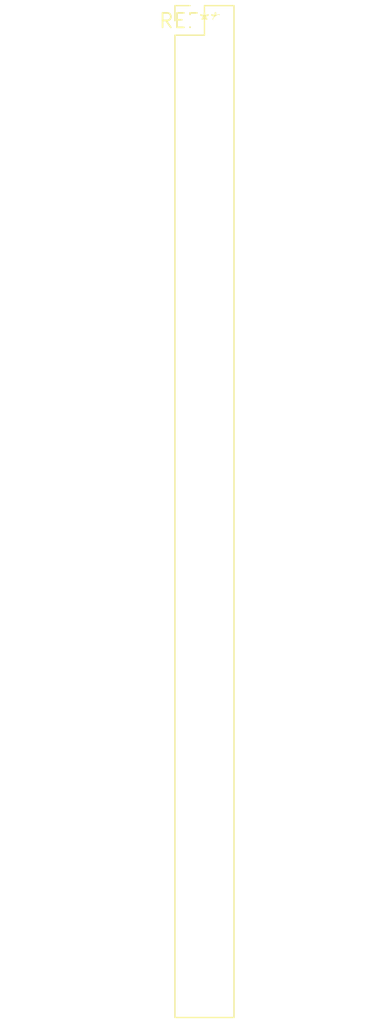
<source format=kicad_pcb>
(kicad_pcb (version 20240108) (generator pcbnew)
  (layers (0 "F.Cu" signal) (31 "B.Cu" signal) (34 "B.Paste" user) (35 "F.Paste" user) (36 "B.SilkS" user "B.Silkscreen") (37 "F.SilkS" user "F.Silkscreen") (38 "B.Mask" user) (39 "F.Mask" user) (44 "Edge.Cuts" user))
  (net 0 "")
  (footprint "PinHeader_2x35_P2.54mm_Vertical" (layer "F.Cu") (at 0 0)
    (property "Reference" "REF**")
    (property "Value" "PinHeader_2x35_P2.54mm_Vertical")
    (fp_line (start -1.33 -1.33) (end 0 -1.33) (layer "F.SilkS") (stroke (width 0.12)))
    (fp_line (start -1.33 0) (end -1.33 -1.33) (layer "F.SilkS") (stroke (width 0.12)))
    (fp_line (start -1.33 1.27) (end -1.33 87.69) (layer "F.SilkS") (stroke (width 0.12)))
    (fp_line (start -1.33 1.27) (end 1.27 1.27) (layer "F.SilkS") (stroke (width 0.12)))
    (fp_line (start -1.33 87.69) (end 3.87 87.69) (layer "F.SilkS") (stroke (width 0.12)))
    (fp_line (start 1.27 -1.33) (end 3.87 -1.33) (layer "F.SilkS") (stroke (width 0.12)))
    (fp_line (start 1.27 1.27) (end 1.27 -1.33) (layer "F.SilkS") (stroke (width 0.12)))
    (fp_line (start 3.87 -1.33) (end 3.87 87.69) (layer "F.SilkS") (stroke (width 0.12)))
    (pad "1" thru_hole rect (at 0 0) (size 1.7 1.7) (drill 1) (layers *.Cu *.Mask) (remove_unused_layers))
    (pad "2" thru_hole oval (at 2.54 0) (size 1.7 1.7) (drill 1) (layers *.Cu *.Mask) (remove_unused_layers))
    (pad "3" thru_hole oval (at 0 2.54) (size 1.7 1.7) (drill 1) (layers *.Cu *.Mask) (remove_unused_layers))
    (pad "4" thru_hole oval (at 2.54 2.54) (size 1.7 1.7) (drill 1) (layers *.Cu *.Mask) (remove_unused_layers))
    (pad "5" thru_hole oval (at 0 5.08) (size 1.7 1.7) (drill 1) (layers *.Cu *.Mask) (remove_unused_layers))
    (pad "6" thru_hole oval (at 2.54 5.08) (size 1.7 1.7) (drill 1) (layers *.Cu *.Mask) (remove_unused_layers))
    (pad "7" thru_hole oval (at 0 7.62) (size 1.7 1.7) (drill 1) (layers *.Cu *.Mask) (remove_unused_layers))
    (pad "8" thru_hole oval (at 2.54 7.62) (size 1.7 1.7) (drill 1) (layers *.Cu *.Mask) (remove_unused_layers))
    (pad "9" thru_hole oval (at 0 10.16) (size 1.7 1.7) (drill 1) (layers *.Cu *.Mask) (remove_unused_layers))
    (pad "10" thru_hole oval (at 2.54 10.16) (size 1.7 1.7) (drill 1) (layers *.Cu *.Mask) (remove_unused_layers))
    (pad "11" thru_hole oval (at 0 12.7) (size 1.7 1.7) (drill 1) (layers *.Cu *.Mask) (remove_unused_layers))
    (pad "12" thru_hole oval (at 2.54 12.7) (size 1.7 1.7) (drill 1) (layers *.Cu *.Mask) (remove_unused_layers))
    (pad "13" thru_hole oval (at 0 15.24) (size 1.7 1.7) (drill 1) (layers *.Cu *.Mask) (remove_unused_layers))
    (pad "14" thru_hole oval (at 2.54 15.24) (size 1.7 1.7) (drill 1) (layers *.Cu *.Mask) (remove_unused_layers))
    (pad "15" thru_hole oval (at 0 17.78) (size 1.7 1.7) (drill 1) (layers *.Cu *.Mask) (remove_unused_layers))
    (pad "16" thru_hole oval (at 2.54 17.78) (size 1.7 1.7) (drill 1) (layers *.Cu *.Mask) (remove_unused_layers))
    (pad "17" thru_hole oval (at 0 20.32) (size 1.7 1.7) (drill 1) (layers *.Cu *.Mask) (remove_unused_layers))
    (pad "18" thru_hole oval (at 2.54 20.32) (size 1.7 1.7) (drill 1) (layers *.Cu *.Mask) (remove_unused_layers))
    (pad "19" thru_hole oval (at 0 22.86) (size 1.7 1.7) (drill 1) (layers *.Cu *.Mask) (remove_unused_layers))
    (pad "20" thru_hole oval (at 2.54 22.86) (size 1.7 1.7) (drill 1) (layers *.Cu *.Mask) (remove_unused_layers))
    (pad "21" thru_hole oval (at 0 25.4) (size 1.7 1.7) (drill 1) (layers *.Cu *.Mask) (remove_unused_layers))
    (pad "22" thru_hole oval (at 2.54 25.4) (size 1.7 1.7) (drill 1) (layers *.Cu *.Mask) (remove_unused_layers))
    (pad "23" thru_hole oval (at 0 27.94) (size 1.7 1.7) (drill 1) (layers *.Cu *.Mask) (remove_unused_layers))
    (pad "24" thru_hole oval (at 2.54 27.94) (size 1.7 1.7) (drill 1) (layers *.Cu *.Mask) (remove_unused_layers))
    (pad "25" thru_hole oval (at 0 30.48) (size 1.7 1.7) (drill 1) (layers *.Cu *.Mask) (remove_unused_layers))
    (pad "26" thru_hole oval (at 2.54 30.48) (size 1.7 1.7) (drill 1) (layers *.Cu *.Mask) (remove_unused_layers))
    (pad "27" thru_hole oval (at 0 33.02) (size 1.7 1.7) (drill 1) (layers *.Cu *.Mask) (remove_unused_layers))
    (pad "28" thru_hole oval (at 2.54 33.02) (size 1.7 1.7) (drill 1) (layers *.Cu *.Mask) (remove_unused_layers))
    (pad "29" thru_hole oval (at 0 35.56) (size 1.7 1.7) (drill 1) (layers *.Cu *.Mask) (remove_unused_layers))
    (pad "30" thru_hole oval (at 2.54 35.56) (size 1.7 1.7) (drill 1) (layers *.Cu *.Mask) (remove_unused_layers))
    (pad "31" thru_hole oval (at 0 38.1) (size 1.7 1.7) (drill 1) (layers *.Cu *.Mask) (remove_unused_layers))
    (pad "32" thru_hole oval (at 2.54 38.1) (size 1.7 1.7) (drill 1) (layers *.Cu *.Mask) (remove_unused_layers))
    (pad "33" thru_hole oval (at 0 40.64) (size 1.7 1.7) (drill 1) (layers *.Cu *.Mask) (remove_unused_layers))
    (pad "34" thru_hole oval (at 2.54 40.64) (size 1.7 1.7) (drill 1) (layers *.Cu *.Mask) (remove_unused_layers))
    (pad "35" thru_hole oval (at 0 43.18) (size 1.7 1.7) (drill 1) (layers *.Cu *.Mask) (remove_unused_layers))
    (pad "36" thru_hole oval (at 2.54 43.18) (size 1.7 1.7) (drill 1) (layers *.Cu *.Mask) (remove_unused_layers))
    (pad "37" thru_hole oval (at 0 45.72) (size 1.7 1.7) (drill 1) (layers *.Cu *.Mask) (remove_unused_layers))
    (pad "38" thru_hole oval (at 2.54 45.72) (size 1.7 1.7) (drill 1) (layers *.Cu *.Mask) (remove_unused_layers))
    (pad "39" thru_hole oval (at 0 48.26) (size 1.7 1.7) (drill 1) (layers *.Cu *.Mask) (remove_unused_layers))
    (pad "40" thru_hole oval (at 2.54 48.26) (size 1.7 1.7) (drill 1) (layers *.Cu *.Mask) (remove_unused_layers))
    (pad "41" thru_hole oval (at 0 50.8) (size 1.7 1.7) (drill 1) (layers *.Cu *.Mask) (remove_unused_layers))
    (pad "42" thru_hole oval (at 2.54 50.8) (size 1.7 1.7) (drill 1) (layers *.Cu *.Mask) (remove_unused_layers))
    (pad "43" thru_hole oval (at 0 53.34) (size 1.7 1.7) (drill 1) (layers *.Cu *.Mask) (remove_unused_layers))
    (pad "44" thru_hole oval (at 2.54 53.34) (size 1.7 1.7) (drill 1) (layers *.Cu *.Mask) (remove_unused_layers))
    (pad "45" thru_hole oval (at 0 55.88) (size 1.7 1.7) (drill 1) (layers *.Cu *.Mask) (remove_unused_layers))
    (pad "46" thru_hole oval (at 2.54 55.88) (size 1.7 1.7) (drill 1) (layers *.Cu *.Mask) (remove_unused_layers))
    (pad "47" thru_hole oval (at 0 58.42) (size 1.7 1.7) (drill 1) (layers *.Cu *.Mask) (remove_unused_layers))
    (pad "48" thru_hole oval (at 2.54 58.42) (size 1.7 1.7) (drill 1) (layers *.Cu *.Mask) (remove_unused_layers))
    (pad "49" thru_hole oval (at 0 60.96) (size 1.7 1.7) (drill 1) (layers *.Cu *.Mask) (remove_unused_layers))
    (pad "50" thru_hole oval (at 2.54 60.96) (size 1.7 1.7) (drill 1) (layers *.Cu *.Mask) (remove_unused_layers))
    (pad "51" thru_hole oval (at 0 63.5) (size 1.7 1.7) (drill 1) (layers *.Cu *.Mask) (remove_unused_layers))
    (pad "52" thru_hole oval (at 2.54 63.5) (size 1.7 1.7) (drill 1) (layers *.Cu *.Mask) (remove_unused_layers))
    (pad "53" thru_hole oval (at 0 66.04) (size 1.7 1.7) (drill 1) (layers *.Cu *.Mask) (remove_unused_layers))
    (pad "54" thru_hole oval (at 2.54 66.04) (size 1.7 1.7) (drill 1) (layers *.Cu *.Mask) (remove_unused_layers))
    (pad "55" thru_hole oval (at 0 68.58) (size 1.7 1.7) (drill 1) (layers *.Cu *.Mask) (remove_unused_layers))
    (pad "56" thru_hole oval (at 2.54 68.58) (size 1.7 1.7) (drill 1) (layers *.Cu *.Mask) (remove_unused_layers))
    (pad "57" thru_hole oval (at 0 71.12) (size 1.7 1.7) (drill 1) (layers *.Cu *.Mask) (remove_unused_layers))
    (pad "58" thru_hole oval (at 2.54 71.12) (size 1.7 1.7) (drill 1) (layers *.Cu *.Mask) (remove_unused_layers))
    (pad "59" thru_hole oval (at 0 73.66) (size 1.7 1.7) (drill 1) (layers *.Cu *.Mask) (remove_unused_layers))
    (pad "60" thru_hole oval (at 2.54 73.66) (size 1.7 1.7) (drill 1) (layers *.Cu *.Mask) (remove_unused_layers))
    (pad "61" thru_hole oval (at 0 76.2) (size 1.7 1.7) (drill 1) (layers *.Cu *.Mask) (remove_unused_layers))
    (pad "62" thru_hole oval (at 2.54 76.2) (size 1.7 1.7) (drill 1) (layers *.Cu *.Mask) (remove_unused_layers))
    (pad "63" thru_hole oval (at 0 78.74) (size 1.7 1.7) (drill 1) (layers *.Cu *.Mask) (remove_unused_layers))
    (pad "64" thru_hole oval (at 2.54 78.74) (size 1.7 1.7) (drill 1) (layers *.Cu *.Mask) (remove_unused_layers))
    (pad "65" thru_hole oval (at 0 81.28) (size 1.7 1.7) (drill 1) (layers *.Cu *.Mask) (remove_unused_layers))
    (pad "66" thru_hole oval (at 2.54 81.28) (size 1.7 1.7) (drill 1) (layers *.Cu *.Mask) (remove_unused_layers))
    (pad "67" thru_hole oval (at 0 83.82) (size 1.7 1.7) (drill 1) (layers *.Cu *.Mask) (remove_unused_layers))
    (pad "68" thru_hole oval (at 2.54 83.82) (size 1.7 1.7) (drill 1) (layers *.Cu *.Mask) (remove_unused_layers))
    (pad "69" thru_hole oval (at 0 86.36) (size 1.7 1.7) (drill 1) (layers *.Cu *.Mask) (remove_unused_layers))
    (pad "70" thru_hole oval (at 2.54 86.36) (size 1.7 1.7) (drill 1) (layers *.Cu *.Mask) (remove_unused_layers))
  )
)
</source>
